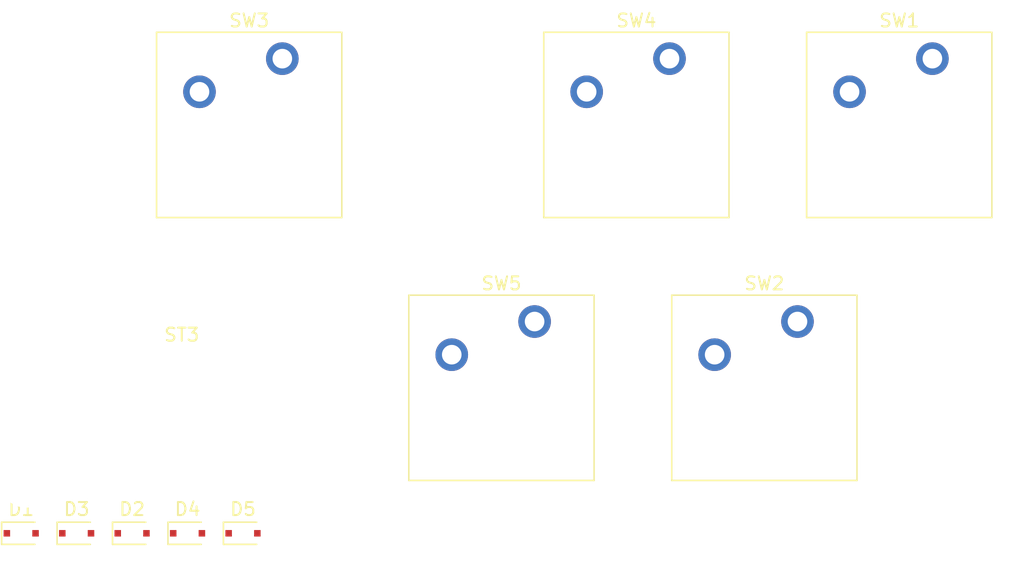
<source format=kicad_pcb>
(kicad_pcb (version 20171130) (host pcbnew 5.1.9)

  (general
    (thickness 1.6)
    (drawings 0)
    (tracks 0)
    (zones 0)
    (modules 11)
    (nets 11)
  )

  (page A4)
  (layers
    (0 F.Cu signal)
    (31 B.Cu signal)
    (32 B.Adhes user)
    (33 F.Adhes user)
    (34 B.Paste user)
    (35 F.Paste user)
    (36 B.SilkS user)
    (37 F.SilkS user)
    (38 B.Mask user)
    (39 F.Mask user)
    (40 Dwgs.User user)
    (41 Cmts.User user)
    (42 Eco1.User user)
    (43 Eco2.User user)
    (44 Edge.Cuts user)
    (45 Margin user)
    (46 B.CrtYd user)
    (47 F.CrtYd user)
    (48 B.Fab user)
    (49 F.Fab user)
  )

  (setup
    (last_trace_width 0.25)
    (trace_clearance 0.2)
    (zone_clearance 0.508)
    (zone_45_only no)
    (trace_min 0.2)
    (via_size 0.8)
    (via_drill 0.4)
    (via_min_size 0.4)
    (via_min_drill 0.3)
    (uvia_size 0.3)
    (uvia_drill 0.1)
    (uvias_allowed no)
    (uvia_min_size 0.2)
    (uvia_min_drill 0.1)
    (edge_width 0.05)
    (segment_width 0.2)
    (pcb_text_width 0.3)
    (pcb_text_size 1.5 1.5)
    (mod_edge_width 0.12)
    (mod_text_size 1 1)
    (mod_text_width 0.15)
    (pad_size 1.524 1.524)
    (pad_drill 0.762)
    (pad_to_mask_clearance 0)
    (aux_axis_origin 0 0)
    (visible_elements FFFFFF7F)
    (pcbplotparams
      (layerselection 0x010fc_ffffffff)
      (usegerberextensions false)
      (usegerberattributes true)
      (usegerberadvancedattributes true)
      (creategerberjobfile true)
      (excludeedgelayer true)
      (linewidth 0.150000)
      (plotframeref false)
      (viasonmask false)
      (mode 1)
      (useauxorigin false)
      (hpglpennumber 1)
      (hpglpenspeed 20)
      (hpglpendiameter 15.000000)
      (psnegative false)
      (psa4output false)
      (plotreference true)
      (plotvalue true)
      (plotinvisibletext false)
      (padsonsilk false)
      (subtractmaskfromsilk false)
      (outputformat 1)
      (mirror false)
      (drillshape 1)
      (scaleselection 1)
      (outputdirectory ""))
  )

  (net 0 "")
  (net 1 COL0)
  (net 2 COL1)
  (net 3 COL2)
  (net 4 N$1)
  (net 5 N$2)
  (net 6 N$3)
  (net 7 N$4)
  (net 8 N$5)
  (net 9 ROW0)
  (net 10 ROW1)

  (net_class Default "This is the default net class."
    (clearance 0.2)
    (trace_width 0.25)
    (via_dia 0.8)
    (via_drill 0.4)
    (uvia_dia 0.3)
    (uvia_drill 0.1)
    (add_net COL0)
    (add_net COL1)
    (add_net COL2)
    (add_net N$1)
    (add_net N$2)
    (add_net N$3)
    (add_net N$4)
    (add_net N$5)
    (add_net ROW0)
    (add_net ROW1)
  )

  (module Diode_SMD:D_SOD-323F (layer F.Cu) (tedit 590A48EB) (tstamp 60511A4B)
    (at 0 0)
    (descr "SOD-323F http://www.nxp.com/documents/outline_drawing/SOD323F.pdf")
    (tags SOD-323F)
    (path /top/5159102469079444128)
    (attr smd)
    (fp_text reference D1 (at 0 -1.85) (layer F.SilkS)
      (effects (font (size 1 1) (thickness 0.15)))
    )
    (fp_text value D (at 0.1 1.9) (layer F.Fab)
      (effects (font (size 1 1) (thickness 0.15)))
    )
    (fp_line (start -1.5 -0.85) (end 1.05 -0.85) (layer F.SilkS) (width 0.12))
    (fp_line (start -1.5 0.85) (end 1.05 0.85) (layer F.SilkS) (width 0.12))
    (fp_line (start -1.6 -0.95) (end -1.6 0.95) (layer F.CrtYd) (width 0.05))
    (fp_line (start -1.6 0.95) (end 1.6 0.95) (layer F.CrtYd) (width 0.05))
    (fp_line (start 1.6 -0.95) (end 1.6 0.95) (layer F.CrtYd) (width 0.05))
    (fp_line (start -1.6 -0.95) (end 1.6 -0.95) (layer F.CrtYd) (width 0.05))
    (fp_line (start -0.9 -0.7) (end 0.9 -0.7) (layer F.Fab) (width 0.1))
    (fp_line (start 0.9 -0.7) (end 0.9 0.7) (layer F.Fab) (width 0.1))
    (fp_line (start 0.9 0.7) (end -0.9 0.7) (layer F.Fab) (width 0.1))
    (fp_line (start -0.9 0.7) (end -0.9 -0.7) (layer F.Fab) (width 0.1))
    (fp_line (start -0.3 -0.35) (end -0.3 0.35) (layer F.Fab) (width 0.1))
    (fp_line (start -0.3 0) (end -0.5 0) (layer F.Fab) (width 0.1))
    (fp_line (start -0.3 0) (end 0.2 -0.35) (layer F.Fab) (width 0.1))
    (fp_line (start 0.2 -0.35) (end 0.2 0.35) (layer F.Fab) (width 0.1))
    (fp_line (start 0.2 0.35) (end -0.3 0) (layer F.Fab) (width 0.1))
    (fp_line (start 0.2 0) (end 0.45 0) (layer F.Fab) (width 0.1))
    (fp_line (start -1.5 -0.85) (end -1.5 0.85) (layer F.SilkS) (width 0.12))
    (fp_text user %R (at 0 -1.85) (layer F.Fab)
      (effects (font (size 1 1) (thickness 0.15)))
    )
    (pad 1 smd rect (at -1.1 0) (size 0.5 0.5) (layers F.Cu F.Paste F.Mask)
      (net 9 ROW0))
    (pad 2 smd rect (at 1.1 0) (size 0.5 0.5) (layers F.Cu F.Paste F.Mask)
      (net 4 N$1))
    (model ${KISYS3DMOD}/Diode_SMD.3dshapes/D_SOD-323F.wrl
      (at (xyz 0 0 0))
      (scale (xyz 1 1 1))
      (rotate (xyz 0 0 0))
    )
  )

  (module Diode_SMD:D_SOD-323F (layer F.Cu) (tedit 590A48EB) (tstamp 60511A63)
    (at 8.5 0)
    (descr "SOD-323F http://www.nxp.com/documents/outline_drawing/SOD323F.pdf")
    (tags SOD-323F)
    (path /top/14576898432555476806)
    (attr smd)
    (fp_text reference D2 (at 0 -1.85) (layer F.SilkS)
      (effects (font (size 1 1) (thickness 0.15)))
    )
    (fp_text value D (at 0.1 1.9) (layer F.Fab)
      (effects (font (size 1 1) (thickness 0.15)))
    )
    (fp_text user %R (at 0 -1.85) (layer F.Fab)
      (effects (font (size 1 1) (thickness 0.15)))
    )
    (fp_line (start -1.5 -0.85) (end -1.5 0.85) (layer F.SilkS) (width 0.12))
    (fp_line (start 0.2 0) (end 0.45 0) (layer F.Fab) (width 0.1))
    (fp_line (start 0.2 0.35) (end -0.3 0) (layer F.Fab) (width 0.1))
    (fp_line (start 0.2 -0.35) (end 0.2 0.35) (layer F.Fab) (width 0.1))
    (fp_line (start -0.3 0) (end 0.2 -0.35) (layer F.Fab) (width 0.1))
    (fp_line (start -0.3 0) (end -0.5 0) (layer F.Fab) (width 0.1))
    (fp_line (start -0.3 -0.35) (end -0.3 0.35) (layer F.Fab) (width 0.1))
    (fp_line (start -0.9 0.7) (end -0.9 -0.7) (layer F.Fab) (width 0.1))
    (fp_line (start 0.9 0.7) (end -0.9 0.7) (layer F.Fab) (width 0.1))
    (fp_line (start 0.9 -0.7) (end 0.9 0.7) (layer F.Fab) (width 0.1))
    (fp_line (start -0.9 -0.7) (end 0.9 -0.7) (layer F.Fab) (width 0.1))
    (fp_line (start -1.6 -0.95) (end 1.6 -0.95) (layer F.CrtYd) (width 0.05))
    (fp_line (start 1.6 -0.95) (end 1.6 0.95) (layer F.CrtYd) (width 0.05))
    (fp_line (start -1.6 0.95) (end 1.6 0.95) (layer F.CrtYd) (width 0.05))
    (fp_line (start -1.6 -0.95) (end -1.6 0.95) (layer F.CrtYd) (width 0.05))
    (fp_line (start -1.5 0.85) (end 1.05 0.85) (layer F.SilkS) (width 0.12))
    (fp_line (start -1.5 -0.85) (end 1.05 -0.85) (layer F.SilkS) (width 0.12))
    (pad 2 smd rect (at 1.1 0) (size 0.5 0.5) (layers F.Cu F.Paste F.Mask)
      (net 5 N$2))
    (pad 1 smd rect (at -1.1 0) (size 0.5 0.5) (layers F.Cu F.Paste F.Mask)
      (net 10 ROW1))
    (model ${KISYS3DMOD}/Diode_SMD.3dshapes/D_SOD-323F.wrl
      (at (xyz 0 0 0))
      (scale (xyz 1 1 1))
      (rotate (xyz 0 0 0))
    )
  )

  (module Diode_SMD:D_SOD-323F (layer F.Cu) (tedit 590A48EB) (tstamp 60511A7B)
    (at 4.25 0)
    (descr "SOD-323F http://www.nxp.com/documents/outline_drawing/SOD323F.pdf")
    (tags SOD-323F)
    (path /top/1115287011560731447)
    (attr smd)
    (fp_text reference D3 (at 0 -1.85) (layer F.SilkS)
      (effects (font (size 1 1) (thickness 0.15)))
    )
    (fp_text value D (at 0.1 1.9) (layer F.Fab)
      (effects (font (size 1 1) (thickness 0.15)))
    )
    (fp_line (start -1.5 -0.85) (end 1.05 -0.85) (layer F.SilkS) (width 0.12))
    (fp_line (start -1.5 0.85) (end 1.05 0.85) (layer F.SilkS) (width 0.12))
    (fp_line (start -1.6 -0.95) (end -1.6 0.95) (layer F.CrtYd) (width 0.05))
    (fp_line (start -1.6 0.95) (end 1.6 0.95) (layer F.CrtYd) (width 0.05))
    (fp_line (start 1.6 -0.95) (end 1.6 0.95) (layer F.CrtYd) (width 0.05))
    (fp_line (start -1.6 -0.95) (end 1.6 -0.95) (layer F.CrtYd) (width 0.05))
    (fp_line (start -0.9 -0.7) (end 0.9 -0.7) (layer F.Fab) (width 0.1))
    (fp_line (start 0.9 -0.7) (end 0.9 0.7) (layer F.Fab) (width 0.1))
    (fp_line (start 0.9 0.7) (end -0.9 0.7) (layer F.Fab) (width 0.1))
    (fp_line (start -0.9 0.7) (end -0.9 -0.7) (layer F.Fab) (width 0.1))
    (fp_line (start -0.3 -0.35) (end -0.3 0.35) (layer F.Fab) (width 0.1))
    (fp_line (start -0.3 0) (end -0.5 0) (layer F.Fab) (width 0.1))
    (fp_line (start -0.3 0) (end 0.2 -0.35) (layer F.Fab) (width 0.1))
    (fp_line (start 0.2 -0.35) (end 0.2 0.35) (layer F.Fab) (width 0.1))
    (fp_line (start 0.2 0.35) (end -0.3 0) (layer F.Fab) (width 0.1))
    (fp_line (start 0.2 0) (end 0.45 0) (layer F.Fab) (width 0.1))
    (fp_line (start -1.5 -0.85) (end -1.5 0.85) (layer F.SilkS) (width 0.12))
    (fp_text user %R (at 0 -1.85) (layer F.Fab)
      (effects (font (size 1 1) (thickness 0.15)))
    )
    (pad 1 smd rect (at -1.1 0) (size 0.5 0.5) (layers F.Cu F.Paste F.Mask)
      (net 9 ROW0))
    (pad 2 smd rect (at 1.1 0) (size 0.5 0.5) (layers F.Cu F.Paste F.Mask)
      (net 6 N$3))
    (model ${KISYS3DMOD}/Diode_SMD.3dshapes/D_SOD-323F.wrl
      (at (xyz 0 0 0))
      (scale (xyz 1 1 1))
      (rotate (xyz 0 0 0))
    )
  )

  (module Diode_SMD:D_SOD-323F (layer F.Cu) (tedit 590A48EB) (tstamp 60511A93)
    (at 12.75 0)
    (descr "SOD-323F http://www.nxp.com/documents/outline_drawing/SOD323F.pdf")
    (tags SOD-323F)
    (path /top/13364464719034956879)
    (attr smd)
    (fp_text reference D4 (at 0 -1.85) (layer F.SilkS)
      (effects (font (size 1 1) (thickness 0.15)))
    )
    (fp_text value D (at 0.1 1.9) (layer F.Fab)
      (effects (font (size 1 1) (thickness 0.15)))
    )
    (fp_text user %R (at 0 -1.85) (layer F.Fab)
      (effects (font (size 1 1) (thickness 0.15)))
    )
    (fp_line (start -1.5 -0.85) (end -1.5 0.85) (layer F.SilkS) (width 0.12))
    (fp_line (start 0.2 0) (end 0.45 0) (layer F.Fab) (width 0.1))
    (fp_line (start 0.2 0.35) (end -0.3 0) (layer F.Fab) (width 0.1))
    (fp_line (start 0.2 -0.35) (end 0.2 0.35) (layer F.Fab) (width 0.1))
    (fp_line (start -0.3 0) (end 0.2 -0.35) (layer F.Fab) (width 0.1))
    (fp_line (start -0.3 0) (end -0.5 0) (layer F.Fab) (width 0.1))
    (fp_line (start -0.3 -0.35) (end -0.3 0.35) (layer F.Fab) (width 0.1))
    (fp_line (start -0.9 0.7) (end -0.9 -0.7) (layer F.Fab) (width 0.1))
    (fp_line (start 0.9 0.7) (end -0.9 0.7) (layer F.Fab) (width 0.1))
    (fp_line (start 0.9 -0.7) (end 0.9 0.7) (layer F.Fab) (width 0.1))
    (fp_line (start -0.9 -0.7) (end 0.9 -0.7) (layer F.Fab) (width 0.1))
    (fp_line (start -1.6 -0.95) (end 1.6 -0.95) (layer F.CrtYd) (width 0.05))
    (fp_line (start 1.6 -0.95) (end 1.6 0.95) (layer F.CrtYd) (width 0.05))
    (fp_line (start -1.6 0.95) (end 1.6 0.95) (layer F.CrtYd) (width 0.05))
    (fp_line (start -1.6 -0.95) (end -1.6 0.95) (layer F.CrtYd) (width 0.05))
    (fp_line (start -1.5 0.85) (end 1.05 0.85) (layer F.SilkS) (width 0.12))
    (fp_line (start -1.5 -0.85) (end 1.05 -0.85) (layer F.SilkS) (width 0.12))
    (pad 2 smd rect (at 1.1 0) (size 0.5 0.5) (layers F.Cu F.Paste F.Mask)
      (net 7 N$4))
    (pad 1 smd rect (at -1.1 0) (size 0.5 0.5) (layers F.Cu F.Paste F.Mask)
      (net 10 ROW1))
    (model ${KISYS3DMOD}/Diode_SMD.3dshapes/D_SOD-323F.wrl
      (at (xyz 0 0 0))
      (scale (xyz 1 1 1))
      (rotate (xyz 0 0 0))
    )
  )

  (module Diode_SMD:D_SOD-323F (layer F.Cu) (tedit 590A48EB) (tstamp 60511AAB)
    (at 17 0)
    (descr "SOD-323F http://www.nxp.com/documents/outline_drawing/SOD323F.pdf")
    (tags SOD-323F)
    (path /top/13578724574116548701)
    (attr smd)
    (fp_text reference D5 (at 0 -1.85) (layer F.SilkS)
      (effects (font (size 1 1) (thickness 0.15)))
    )
    (fp_text value D (at 0.1 1.9) (layer F.Fab)
      (effects (font (size 1 1) (thickness 0.15)))
    )
    (fp_line (start -1.5 -0.85) (end 1.05 -0.85) (layer F.SilkS) (width 0.12))
    (fp_line (start -1.5 0.85) (end 1.05 0.85) (layer F.SilkS) (width 0.12))
    (fp_line (start -1.6 -0.95) (end -1.6 0.95) (layer F.CrtYd) (width 0.05))
    (fp_line (start -1.6 0.95) (end 1.6 0.95) (layer F.CrtYd) (width 0.05))
    (fp_line (start 1.6 -0.95) (end 1.6 0.95) (layer F.CrtYd) (width 0.05))
    (fp_line (start -1.6 -0.95) (end 1.6 -0.95) (layer F.CrtYd) (width 0.05))
    (fp_line (start -0.9 -0.7) (end 0.9 -0.7) (layer F.Fab) (width 0.1))
    (fp_line (start 0.9 -0.7) (end 0.9 0.7) (layer F.Fab) (width 0.1))
    (fp_line (start 0.9 0.7) (end -0.9 0.7) (layer F.Fab) (width 0.1))
    (fp_line (start -0.9 0.7) (end -0.9 -0.7) (layer F.Fab) (width 0.1))
    (fp_line (start -0.3 -0.35) (end -0.3 0.35) (layer F.Fab) (width 0.1))
    (fp_line (start -0.3 0) (end -0.5 0) (layer F.Fab) (width 0.1))
    (fp_line (start -0.3 0) (end 0.2 -0.35) (layer F.Fab) (width 0.1))
    (fp_line (start 0.2 -0.35) (end 0.2 0.35) (layer F.Fab) (width 0.1))
    (fp_line (start 0.2 0.35) (end -0.3 0) (layer F.Fab) (width 0.1))
    (fp_line (start 0.2 0) (end 0.45 0) (layer F.Fab) (width 0.1))
    (fp_line (start -1.5 -0.85) (end -1.5 0.85) (layer F.SilkS) (width 0.12))
    (fp_text user %R (at 0 -1.85) (layer F.Fab)
      (effects (font (size 1 1) (thickness 0.15)))
    )
    (pad 1 smd rect (at -1.1 0) (size 0.5 0.5) (layers F.Cu F.Paste F.Mask)
      (net 10 ROW1))
    (pad 2 smd rect (at 1.1 0) (size 0.5 0.5) (layers F.Cu F.Paste F.Mask)
      (net 8 N$5))
    (model ${KISYS3DMOD}/Diode_SMD.3dshapes/D_SOD-323F.wrl
      (at (xyz 0 0 0))
      (scale (xyz 1 1 1))
      (rotate (xyz 0 0 0))
    )
  )

  (module Mounting_Keyboard_Stabilizer:Stabilizer_Cherry_MX_2u (layer F.Cu) (tedit 5F7380F8) (tstamp 60511AB6)
    (at 12.306899 -12.216001)
    (descr "Cherry MX key stabilizer 2u 2.25u 2.5u 2.75u")
    (tags "Cherry MX key stabilizer 2u 2.25u 2.5u 2.75u")
    (path /top/13201029682808282368)
    (attr virtual)
    (fp_text reference ST3 (at 0 -3) (layer F.SilkS)
      (effects (font (size 1 1) (thickness 0.15)))
    )
    (fp_text value MountingHole (at 0 3.2) (layer F.Fab)
      (effects (font (size 1 1) (thickness 0.15)))
    )
    (fp_line (start 0 2) (end 0 -2) (layer Dwgs.User) (width 0.1))
    (fp_line (start -2 0) (end 2 0) (layer Dwgs.User) (width 0.1))
    (fp_text user REF** (at 0 0) (layer F.Fab)
      (effects (font (size 1 1) (thickness 0.15)))
    )
    (pad ~ np_thru_hole circle (at -11.938 8.255) (size 3.9878 3.9878) (drill 3.9878) (layers *.Cu *.Mask))
    (pad ~ np_thru_hole circle (at 11.938 8.255) (size 3.9878 3.9878) (drill 3.9878) (layers *.Cu *.Mask))
    (pad ~ np_thru_hole circle (at -11.938 -6.985) (size 3.048 3.048) (drill 3.048) (layers *.Cu *.Mask))
    (pad ~ np_thru_hole circle (at 11.938 -6.985) (size 3.048 3.048) (drill 3.048) (layers *.Cu *.Mask))
    (model ${KIPRJMOD}/Switch_Keyboard/packages3d/Mounting_Keyboard_Stabilizer.3dshapes/Stabilizer_Cherry_MX_2u.wrl
      (at (xyz 0 0 0))
      (scale (xyz 1 1 1))
      (rotate (xyz 0 0 0))
    )
  )

  (module Switch_Keyboard_Cherry_MX:SW_Cherry_MX_PCB_1.00u (layer F.Cu) (tedit 602D5B6F) (tstamp 60511AD0)
    (at 67.3 -31.3)
    (descr "Cherry MX keyswitch, https://www.cherrymx.de/en/dev.html")
    (tags "Cherry MX Keyboard Keyswitch Switch PCB 1.00u")
    (path /top/17685216577000977769)
    (fp_text reference SW1 (at 0 -8) (layer F.SilkS)
      (effects (font (size 1 1) (thickness 0.15)))
    )
    (fp_text value SW_Push (at 0 8) (layer F.Fab)
      (effects (font (size 1 1) (thickness 0.15)))
    )
    (fp_line (start 9.525 -9.525) (end -9.525 -9.525) (layer Dwgs.User) (width 0.1))
    (fp_line (start 9.525 9.525) (end 9.525 -9.525) (layer Dwgs.User) (width 0.1))
    (fp_line (start -9.525 9.525) (end 9.525 9.525) (layer Dwgs.User) (width 0.1))
    (fp_line (start -9.525 -9.525) (end -9.525 9.525) (layer Dwgs.User) (width 0.1))
    (fp_line (start 7.25 -7.25) (end -7.25 -7.25) (layer F.CrtYd) (width 0.05))
    (fp_line (start 7.25 7.25) (end 7.25 -7.25) (layer F.CrtYd) (width 0.05))
    (fp_line (start -7.25 7.25) (end 7.25 7.25) (layer F.CrtYd) (width 0.05))
    (fp_line (start -7.25 -7.25) (end -7.25 7.25) (layer F.CrtYd) (width 0.05))
    (fp_line (start 7.1 -7.1) (end -7.1 -7.1) (layer F.SilkS) (width 0.12))
    (fp_line (start 7.1 7.1) (end 7.1 -7.1) (layer F.SilkS) (width 0.12))
    (fp_line (start -7.1 7.1) (end 7.1 7.1) (layer F.SilkS) (width 0.12))
    (fp_line (start -7.1 -7.1) (end -7.1 7.1) (layer F.SilkS) (width 0.12))
    (fp_line (start 7 -7) (end -7 -7) (layer F.Fab) (width 0.1))
    (fp_line (start 7 7) (end 7 -7) (layer F.Fab) (width 0.1))
    (fp_line (start -7 7) (end 7 7) (layer F.Fab) (width 0.1))
    (fp_line (start -7 -7) (end -7 7) (layer F.Fab) (width 0.1))
    (fp_text user %R (at 0 0) (layer F.Fab)
      (effects (font (size 1 1) (thickness 0.15)))
    )
    (pad 1 thru_hole circle (at -3.81 -2.54) (size 2.5 2.5) (drill 1.5) (layers *.Cu B.Mask)
      (net 1 COL0))
    (pad 2 thru_hole circle (at 2.54 -5.08) (size 2.5 2.5) (drill 1.5) (layers *.Cu B.Mask)
      (net 4 N$1))
    (pad "" np_thru_hole circle (at 0 0) (size 4 4) (drill 4) (layers *.Cu *.Mask))
    (pad "" np_thru_hole circle (at -5.08 0) (size 1.75 1.75) (drill 1.75) (layers *.Cu *.Mask))
    (pad "" np_thru_hole circle (at 5.08 0) (size 1.75 1.75) (drill 1.75) (layers *.Cu *.Mask))
    (model ${KEYSWITCH_LIB_3D}/Switch_Keyboard_Cherry_MX.3dshapes/SW_Cherry_MX_PCB.wrl
      (at (xyz 0 0 0))
      (scale (xyz 1 1 1))
      (rotate (xyz 0 0 0))
    )
  )

  (module Switch_Keyboard_Cherry_MX:SW_Cherry_MX_PCB_1.00u (layer F.Cu) (tedit 602D5B6F) (tstamp 60511AEA)
    (at 56.96 -11.15)
    (descr "Cherry MX keyswitch, https://www.cherrymx.de/en/dev.html")
    (tags "Cherry MX Keyboard Keyswitch Switch PCB 1.00u")
    (path /top/13506773303223750309)
    (fp_text reference SW2 (at 0 -8) (layer F.SilkS)
      (effects (font (size 1 1) (thickness 0.15)))
    )
    (fp_text value SW_Push (at 0 8) (layer F.Fab)
      (effects (font (size 1 1) (thickness 0.15)))
    )
    (fp_text user %R (at 0 0) (layer F.Fab)
      (effects (font (size 1 1) (thickness 0.15)))
    )
    (fp_line (start -7 -7) (end -7 7) (layer F.Fab) (width 0.1))
    (fp_line (start -7 7) (end 7 7) (layer F.Fab) (width 0.1))
    (fp_line (start 7 7) (end 7 -7) (layer F.Fab) (width 0.1))
    (fp_line (start 7 -7) (end -7 -7) (layer F.Fab) (width 0.1))
    (fp_line (start -7.1 -7.1) (end -7.1 7.1) (layer F.SilkS) (width 0.12))
    (fp_line (start -7.1 7.1) (end 7.1 7.1) (layer F.SilkS) (width 0.12))
    (fp_line (start 7.1 7.1) (end 7.1 -7.1) (layer F.SilkS) (width 0.12))
    (fp_line (start 7.1 -7.1) (end -7.1 -7.1) (layer F.SilkS) (width 0.12))
    (fp_line (start -7.25 -7.25) (end -7.25 7.25) (layer F.CrtYd) (width 0.05))
    (fp_line (start -7.25 7.25) (end 7.25 7.25) (layer F.CrtYd) (width 0.05))
    (fp_line (start 7.25 7.25) (end 7.25 -7.25) (layer F.CrtYd) (width 0.05))
    (fp_line (start 7.25 -7.25) (end -7.25 -7.25) (layer F.CrtYd) (width 0.05))
    (fp_line (start -9.525 -9.525) (end -9.525 9.525) (layer Dwgs.User) (width 0.1))
    (fp_line (start -9.525 9.525) (end 9.525 9.525) (layer Dwgs.User) (width 0.1))
    (fp_line (start 9.525 9.525) (end 9.525 -9.525) (layer Dwgs.User) (width 0.1))
    (fp_line (start 9.525 -9.525) (end -9.525 -9.525) (layer Dwgs.User) (width 0.1))
    (pad "" np_thru_hole circle (at 5.08 0) (size 1.75 1.75) (drill 1.75) (layers *.Cu *.Mask))
    (pad "" np_thru_hole circle (at -5.08 0) (size 1.75 1.75) (drill 1.75) (layers *.Cu *.Mask))
    (pad "" np_thru_hole circle (at 0 0) (size 4 4) (drill 4) (layers *.Cu *.Mask))
    (pad 2 thru_hole circle (at 2.54 -5.08) (size 2.5 2.5) (drill 1.5) (layers *.Cu B.Mask)
      (net 5 N$2))
    (pad 1 thru_hole circle (at -3.81 -2.54) (size 2.5 2.5) (drill 1.5) (layers *.Cu B.Mask)
      (net 1 COL0))
    (model ${KEYSWITCH_LIB_3D}/Switch_Keyboard_Cherry_MX.3dshapes/SW_Cherry_MX_PCB.wrl
      (at (xyz 0 0 0))
      (scale (xyz 1 1 1))
      (rotate (xyz 0 0 0))
    )
  )

  (module Switch_Keyboard_Cherry_MX:SW_Cherry_MX_PCB_2.00u (layer F.Cu) (tedit 602D5B6F) (tstamp 60511B04)
    (at 17.475 -31.3)
    (descr "Cherry MX keyswitch, https://www.cherrymx.de/en/dev.html")
    (tags "Cherry MX Keyboard Keyswitch Switch PCB 2.00u")
    (path /top/14018595604671432814)
    (fp_text reference SW3 (at 0 -8) (layer F.SilkS)
      (effects (font (size 1 1) (thickness 0.15)))
    )
    (fp_text value SW_Push (at 0 8) (layer F.Fab)
      (effects (font (size 1 1) (thickness 0.15)))
    )
    (fp_line (start 19.05 -9.525) (end -19.05 -9.525) (layer Dwgs.User) (width 0.1))
    (fp_line (start 19.05 9.525) (end 19.05 -9.525) (layer Dwgs.User) (width 0.1))
    (fp_line (start -19.05 9.525) (end 19.05 9.525) (layer Dwgs.User) (width 0.1))
    (fp_line (start -19.05 -9.525) (end -19.05 9.525) (layer Dwgs.User) (width 0.1))
    (fp_line (start 7.25 -7.25) (end -7.25 -7.25) (layer F.CrtYd) (width 0.05))
    (fp_line (start 7.25 7.25) (end 7.25 -7.25) (layer F.CrtYd) (width 0.05))
    (fp_line (start -7.25 7.25) (end 7.25 7.25) (layer F.CrtYd) (width 0.05))
    (fp_line (start -7.25 -7.25) (end -7.25 7.25) (layer F.CrtYd) (width 0.05))
    (fp_line (start 7.1 -7.1) (end -7.1 -7.1) (layer F.SilkS) (width 0.12))
    (fp_line (start 7.1 7.1) (end 7.1 -7.1) (layer F.SilkS) (width 0.12))
    (fp_line (start -7.1 7.1) (end 7.1 7.1) (layer F.SilkS) (width 0.12))
    (fp_line (start -7.1 -7.1) (end -7.1 7.1) (layer F.SilkS) (width 0.12))
    (fp_line (start 7 -7) (end -7 -7) (layer F.Fab) (width 0.1))
    (fp_line (start 7 7) (end 7 -7) (layer F.Fab) (width 0.1))
    (fp_line (start -7 7) (end 7 7) (layer F.Fab) (width 0.1))
    (fp_line (start -7 -7) (end -7 7) (layer F.Fab) (width 0.1))
    (fp_text user %R (at 0 0) (layer F.Fab)
      (effects (font (size 1 1) (thickness 0.15)))
    )
    (pad 1 thru_hole circle (at -3.81 -2.54) (size 2.5 2.5) (drill 1.5) (layers *.Cu B.Mask)
      (net 2 COL1))
    (pad 2 thru_hole circle (at 2.54 -5.08) (size 2.5 2.5) (drill 1.5) (layers *.Cu B.Mask)
      (net 6 N$3))
    (pad "" np_thru_hole circle (at 0 0) (size 4 4) (drill 4) (layers *.Cu *.Mask))
    (pad "" np_thru_hole circle (at -5.08 0) (size 1.75 1.75) (drill 1.75) (layers *.Cu *.Mask))
    (pad "" np_thru_hole circle (at 5.08 0) (size 1.75 1.75) (drill 1.75) (layers *.Cu *.Mask))
    (model ${KEYSWITCH_LIB_3D}/Switch_Keyboard_Cherry_MX.3dshapes/SW_Cherry_MX_PCB.wrl
      (at (xyz 0 0 0))
      (scale (xyz 1 1 1))
      (rotate (xyz 0 0 0))
    )
  )

  (module Switch_Keyboard_Cherry_MX:SW_Cherry_MX_PCB_1.00u (layer F.Cu) (tedit 602D5B6F) (tstamp 60511B1E)
    (at 47.15 -31.3)
    (descr "Cherry MX keyswitch, https://www.cherrymx.de/en/dev.html")
    (tags "Cherry MX Keyboard Keyswitch Switch PCB 1.00u")
    (path /top/446796036265893256)
    (fp_text reference SW4 (at 0 -8) (layer F.SilkS)
      (effects (font (size 1 1) (thickness 0.15)))
    )
    (fp_text value SW_Push (at 0 8) (layer F.Fab)
      (effects (font (size 1 1) (thickness 0.15)))
    )
    (fp_line (start 9.525 -9.525) (end -9.525 -9.525) (layer Dwgs.User) (width 0.1))
    (fp_line (start 9.525 9.525) (end 9.525 -9.525) (layer Dwgs.User) (width 0.1))
    (fp_line (start -9.525 9.525) (end 9.525 9.525) (layer Dwgs.User) (width 0.1))
    (fp_line (start -9.525 -9.525) (end -9.525 9.525) (layer Dwgs.User) (width 0.1))
    (fp_line (start 7.25 -7.25) (end -7.25 -7.25) (layer F.CrtYd) (width 0.05))
    (fp_line (start 7.25 7.25) (end 7.25 -7.25) (layer F.CrtYd) (width 0.05))
    (fp_line (start -7.25 7.25) (end 7.25 7.25) (layer F.CrtYd) (width 0.05))
    (fp_line (start -7.25 -7.25) (end -7.25 7.25) (layer F.CrtYd) (width 0.05))
    (fp_line (start 7.1 -7.1) (end -7.1 -7.1) (layer F.SilkS) (width 0.12))
    (fp_line (start 7.1 7.1) (end 7.1 -7.1) (layer F.SilkS) (width 0.12))
    (fp_line (start -7.1 7.1) (end 7.1 7.1) (layer F.SilkS) (width 0.12))
    (fp_line (start -7.1 -7.1) (end -7.1 7.1) (layer F.SilkS) (width 0.12))
    (fp_line (start 7 -7) (end -7 -7) (layer F.Fab) (width 0.1))
    (fp_line (start 7 7) (end 7 -7) (layer F.Fab) (width 0.1))
    (fp_line (start -7 7) (end 7 7) (layer F.Fab) (width 0.1))
    (fp_line (start -7 -7) (end -7 7) (layer F.Fab) (width 0.1))
    (fp_text user %R (at 0 0) (layer F.Fab)
      (effects (font (size 1 1) (thickness 0.15)))
    )
    (pad 1 thru_hole circle (at -3.81 -2.54) (size 2.5 2.5) (drill 1.5) (layers *.Cu B.Mask)
      (net 2 COL1))
    (pad 2 thru_hole circle (at 2.54 -5.08) (size 2.5 2.5) (drill 1.5) (layers *.Cu B.Mask)
      (net 7 N$4))
    (pad "" np_thru_hole circle (at 0 0) (size 4 4) (drill 4) (layers *.Cu *.Mask))
    (pad "" np_thru_hole circle (at -5.08 0) (size 1.75 1.75) (drill 1.75) (layers *.Cu *.Mask))
    (pad "" np_thru_hole circle (at 5.08 0) (size 1.75 1.75) (drill 1.75) (layers *.Cu *.Mask))
    (model ${KEYSWITCH_LIB_3D}/Switch_Keyboard_Cherry_MX.3dshapes/SW_Cherry_MX_PCB.wrl
      (at (xyz 0 0 0))
      (scale (xyz 1 1 1))
      (rotate (xyz 0 0 0))
    )
  )

  (module Switch_Keyboard_Cherry_MX:SW_Cherry_MX_PCB_1.00u (layer F.Cu) (tedit 602D5B6F) (tstamp 60511B38)
    (at 36.81 -11.15)
    (descr "Cherry MX keyswitch, https://www.cherrymx.de/en/dev.html")
    (tags "Cherry MX Keyboard Keyswitch Switch PCB 1.00u")
    (path /top/2562421810816764933)
    (fp_text reference SW5 (at 0 -8) (layer F.SilkS)
      (effects (font (size 1 1) (thickness 0.15)))
    )
    (fp_text value SW_Push (at 0 8) (layer F.Fab)
      (effects (font (size 1 1) (thickness 0.15)))
    )
    (fp_text user %R (at 0 0) (layer F.Fab)
      (effects (font (size 1 1) (thickness 0.15)))
    )
    (fp_line (start -7 -7) (end -7 7) (layer F.Fab) (width 0.1))
    (fp_line (start -7 7) (end 7 7) (layer F.Fab) (width 0.1))
    (fp_line (start 7 7) (end 7 -7) (layer F.Fab) (width 0.1))
    (fp_line (start 7 -7) (end -7 -7) (layer F.Fab) (width 0.1))
    (fp_line (start -7.1 -7.1) (end -7.1 7.1) (layer F.SilkS) (width 0.12))
    (fp_line (start -7.1 7.1) (end 7.1 7.1) (layer F.SilkS) (width 0.12))
    (fp_line (start 7.1 7.1) (end 7.1 -7.1) (layer F.SilkS) (width 0.12))
    (fp_line (start 7.1 -7.1) (end -7.1 -7.1) (layer F.SilkS) (width 0.12))
    (fp_line (start -7.25 -7.25) (end -7.25 7.25) (layer F.CrtYd) (width 0.05))
    (fp_line (start -7.25 7.25) (end 7.25 7.25) (layer F.CrtYd) (width 0.05))
    (fp_line (start 7.25 7.25) (end 7.25 -7.25) (layer F.CrtYd) (width 0.05))
    (fp_line (start 7.25 -7.25) (end -7.25 -7.25) (layer F.CrtYd) (width 0.05))
    (fp_line (start -9.525 -9.525) (end -9.525 9.525) (layer Dwgs.User) (width 0.1))
    (fp_line (start -9.525 9.525) (end 9.525 9.525) (layer Dwgs.User) (width 0.1))
    (fp_line (start 9.525 9.525) (end 9.525 -9.525) (layer Dwgs.User) (width 0.1))
    (fp_line (start 9.525 -9.525) (end -9.525 -9.525) (layer Dwgs.User) (width 0.1))
    (pad "" np_thru_hole circle (at 5.08 0) (size 1.75 1.75) (drill 1.75) (layers *.Cu *.Mask))
    (pad "" np_thru_hole circle (at -5.08 0) (size 1.75 1.75) (drill 1.75) (layers *.Cu *.Mask))
    (pad "" np_thru_hole circle (at 0 0) (size 4 4) (drill 4) (layers *.Cu *.Mask))
    (pad 2 thru_hole circle (at 2.54 -5.08) (size 2.5 2.5) (drill 1.5) (layers *.Cu B.Mask)
      (net 8 N$5))
    (pad 1 thru_hole circle (at -3.81 -2.54) (size 2.5 2.5) (drill 1.5) (layers *.Cu B.Mask)
      (net 3 COL2))
    (model ${KEYSWITCH_LIB_3D}/Switch_Keyboard_Cherry_MX.3dshapes/SW_Cherry_MX_PCB.wrl
      (at (xyz 0 0 0))
      (scale (xyz 1 1 1))
      (rotate (xyz 0 0 0))
    )
  )

)

</source>
